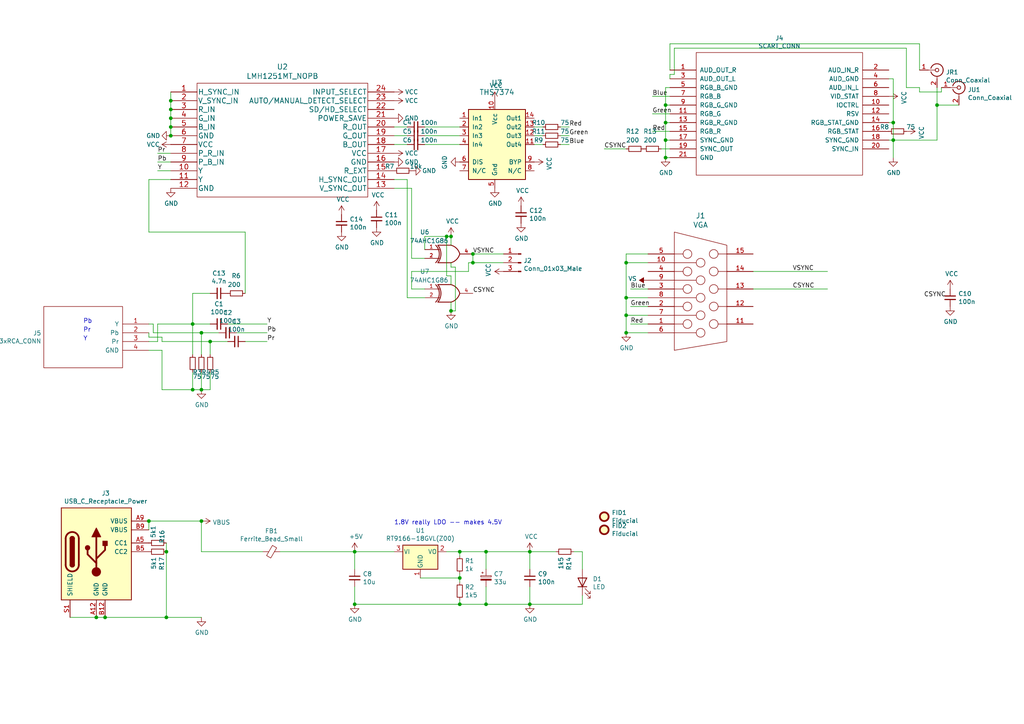
<source format=kicad_sch>
(kicad_sch (version 20231120) (generator "eeschema") (generator_version "8.0")
  (paper "A4")
  (title_block (title "YPbPr to VGA/SCART converter") (date "2021-01-22") (rev "1.2") (company "Wakaba video"))
  (lib_symbols
    (symbol "Connector:Conn_Coaxial" (pin_names (offset 1.016) hide)
      (property "Reference" "J" (at 0.254 3.048 0))
      (property "Value" "Conn_Coaxial" (at 2.921 0 90))
      (symbol "Conn_Coaxial_0_1"
        (arc (start -1.778 -0.508) (mid 0.2311 -1.8066) (end 1.778 0) (stroke (width 0.254)))
        (polyline (pts (xy -2.54 0) (xy -0.508 0)))
        (polyline (pts (xy 0 -2.54) (xy 0 -1.778)))
        (circle (center 0 0) (radius 0.508) (stroke (width 0.2032)))
        (arc (start 1.778 0) (mid 0.2099 1.8101) (end -1.778 0.508) (stroke (width 0.254)))
      )
      (symbol "Conn_Coaxial_1_1"
        (pin passive line (at -5.08 0 0) (length 2.54) (name "In") (number "1"))
        (pin passive line (at 0 -5.08 90) (length 2.54) (name "Ext") (number "2"))
      )
    )
    (symbol "Device:C_Small" (pin_numbers hide) (pin_names (offset 0.254) hide)
      (property "Reference" "C" (at 0.254 1.778 0))
      (property "Value" "C_Small" (at 0.254 -2.032 0))
      (symbol "C_Small_0_1"
        (polyline (pts (xy -1.524 -0.508) (xy 1.524 -0.508)) (stroke (width 0.3302)))
        (polyline (pts (xy -1.524 0.508) (xy 1.524 0.508)) (stroke (width 0.3048)))
      )
      (symbol "C_Small_1_1"
        (pin passive line (at 0 2.54 270) (length 2.032) (name "~") (number "1"))
        (pin passive line (at 0 -2.54 90) (length 2.032) (name "~") (number "2"))
      )
    )
    (symbol "Device:LED" (pin_numbers hide) (pin_names (offset 1.016) hide)
      (property "Reference" "D" (at 0 2.54 0))
      (property "Value" "LED" (at 0 -2.54 0))
      (symbol "LED_0_1"
        (polyline (pts (xy -1.27 -1.27) (xy -1.27 1.27)) (stroke (width 0.254)))
        (polyline (pts (xy -1.27 0) (xy 1.27 0)))
        (polyline (pts (xy 1.27 -1.27) (xy 1.27 1.27) (xy -1.27 0) (xy 1.27 -1.27)) (stroke (width 0.254)))
        (polyline (pts (xy -3.048 -0.762) (xy -4.572 -2.286) (xy -3.81 -2.286) (xy -4.572 -2.286) (xy -4.572 -1.524)))
        (polyline (pts (xy -1.778 -0.762) (xy -3.302 -2.286) (xy -2.54 -2.286) (xy -3.302 -2.286) (xy -3.302 -1.524)))
      )
      (symbol "LED_1_1"
        (pin passive line (at -3.81 0 0) (length 2.54) (name "K") (number "1"))
        (pin passive line (at 3.81 0 180) (length 2.54) (name "A") (number "2"))
      )
    )
    (symbol "Device:R_Small" (pin_numbers hide) (pin_names (offset 0.254) hide)
      (property "Reference" "R" (at 0.762 0.508 0))
      (property "Value" "R_Small" (at 0.762 -1.016 0))
      (symbol "R_Small_0_1"
        (rectangle (start -0.762 1.778) (end 0.762 -1.778) (stroke (width 0.2032)))
      )
      (symbol "R_Small_1_1"
        (pin passive line (at 0 2.54 270) (length 0.762) (name "~") (number "1"))
        (pin passive line (at 0 -2.54 90) (length 0.762) (name "~") (number "2"))
      )
    )
    (symbol "Mechanical:Fiducial" (exclude_from_sim yes) (in_bom no)
      (property "Reference" "FID" (at 0 5.08 0))
      (property "Value" "Fiducial" (at 0 3.175 0))
      (symbol "Fiducial_0_1"
        (circle (center 0 0) (radius 1.27) (stroke (width 0.508)) (fill (type background)))
      )
    )
    (symbol "comprgb-rescue:+5V-power" (power) (pin_names (offset 0))
      (property "Value" "power_+5V" (at 0 3.556 0))
      (symbol "+5V-power_0_1"
        (polyline (pts (xy -0.762 1.27) (xy 0 2.54)))
        (polyline (pts (xy 0 0) (xy 0 2.54)))
        (polyline (pts (xy 0 2.54) (xy 0.762 1.27)))
      )
      (symbol "+5V-power_1_1"
        (pin power_in line (at 0 0 90) (length 0) hide (name "+5V") (number "1"))
      )
    )
    (symbol "comprgb-rescue:3xRCA_CONN-ossc" (pin_names (offset 1.016))
      (property "Reference" "U" (at 0 -2.54 0))
      (property "Value" "3xRCA_CONN-ossc" (at 0 2.54 0))
      (symbol "3xRCA_CONN-ossc_1_0"
        (rectangle (start -11.43 -8.89) (end 11.43 8.89))
      )
      (symbol "3xRCA_CONN-ossc_1_1"
        (pin output line (at -19.05 3.81 0) (length 7.62) (name "Y") (number "1"))
        (pin output line (at -19.05 1.27 0) (length 7.62) (name "Pb") (number "2"))
        (pin output line (at -19.05 -1.27 0) (length 7.62) (name "Pr") (number "3"))
        (pin power_in line (at -19.05 -3.81 0) (length 7.62) (name "GND") (number "4"))
      )
    )
    (symbol "comprgb-rescue:74AHC1G86-74xGxx" (pin_names (offset 1.016))
      (property "Reference" "U" (at -2.54 3.81 0))
      (property "Value" "74xGxx_74AHC1G86" (at 0 -3.81 0))
      (symbol "74AHC1G86-74xGxx_0_1"
        (arc (start -4.445 -2.54) (mid -3.3929 0) (end -4.445 2.54) (stroke (width 0.254)))
        (arc (start -3.81 -2.54) (mid -2.919 0) (end -3.81 2.54) (stroke (width 0.254)))
        (arc (start 0 -2.54) (mid 1.5993 -1.6027) (end 2.54 0) (stroke (width 0.254)))
        (polyline (pts (xy -3.81 -1.27) (xy -3.175 -1.27)))
        (polyline (pts (xy -3.81 1.27) (xy -3.175 1.27)))
        (polyline (pts (xy 0 -2.54) (xy -3.81 -2.54)) (stroke (width 0.254)) (fill (type background)))
        (polyline (pts (xy 0 2.54) (xy -3.81 2.54)) (stroke (width 0.254)) (fill (type background)))
        (arc (start 2.54 0) (mid 1.6119 1.6152) (end 0 2.54) (stroke (width 0.254)))
      )
      (symbol "74AHC1G86-74xGxx_1_1"
        (pin input line (at -7.62 1.27 0) (length 3.81) (name "~") (number "1"))
        (pin input line (at -7.62 -1.27 0) (length 3.81) (name "~") (number "2"))
        (pin power_in line (at 0 -2.54 270) (length 0) hide (name "GND") (number "3"))
        (pin output line (at 6.35 0 180) (length 3.81) (name "~") (number "4"))
        (pin power_in line (at 0 2.54 90) (length 0) hide (name "VCC") (number "5"))
      )
    )
    (symbol "comprgb-rescue:CP_Small-Device" (pin_numbers hide) (pin_names (offset 0.254) hide)
      (property "Reference" "C" (at 0.254 1.778 0))
      (property "Value" "Device_CP_Small" (at 0.254 -2.032 0))
      (symbol "CP_Small-Device_0_1"
        (rectangle (start -1.524 -0.3048) (end 1.524 -0.6858) (fill (type outline)))
        (rectangle (start -1.524 0.6858) (end 1.524 0.3048))
        (polyline (pts (xy -1.27 1.524) (xy -0.762 1.524)))
        (polyline (pts (xy -1.016 1.27) (xy -1.016 1.778)))
      )
      (symbol "CP_Small-Device_1_1"
        (pin passive line (at 0 2.54 270) (length 1.8542) (name "~") (number "1"))
        (pin passive line (at 0 -2.54 90) (length 1.8542) (name "~") (number "2"))
      )
    )
    (symbol "comprgb-rescue:Conn_01x03_Male-Connector" (pin_names (offset 1.016) hide)
      (property "Reference" "J" (at 0 5.08 0))
      (property "Value" "Connector_Conn_01x03_Male" (at 0 -5.08 0))
      (symbol "Conn_01x03_Male-Connector_1_1"
        (polyline (pts (xy 1.27 -2.54) (xy 0.8636 -2.54)) (stroke (width 0.1524)))
        (polyline (pts (xy 1.27 0) (xy 0.8636 0)) (stroke (width 0.1524)))
        (polyline (pts (xy 1.27 2.54) (xy 0.8636 2.54)) (stroke (width 0.1524)))
        (rectangle (start 0.8636 -2.413) (end 0 -2.667) (stroke (width 0.1524)) (fill (type outline)))
        (rectangle (start 0.8636 0.127) (end 0 -0.127) (stroke (width 0.1524)) (fill (type outline)))
        (rectangle (start 0.8636 2.667) (end 0 2.413) (stroke (width 0.1524)) (fill (type outline)))
        (pin passive line (at 5.08 2.54 180) (length 3.81) (name "Pin_1") (number "1"))
        (pin passive line (at 5.08 0 180) (length 3.81) (name "Pin_2") (number "2"))
        (pin passive line (at 5.08 -2.54 180) (length 3.81) (name "Pin_3") (number "3"))
      )
    )
    (symbol "comprgb-rescue:Ferrite_Bead_Small-Device" (pin_numbers hide) (pin_names (offset 0))
      (property "Reference" "FB" (at 1.905 1.27 0))
      (property "Value" "Device_Ferrite_Bead_Small" (at 1.905 -1.27 0))
      (symbol "Ferrite_Bead_Small-Device_0_1"
        (polyline (pts (xy 0 -1.27) (xy 0 -0.7874)))
        (polyline (pts (xy 0 0.889) (xy 0 1.2954)))
        (polyline (pts (xy -1.8288 0.2794) (xy -1.1176 1.4986) (xy 1.8288 -0.2032) (xy 1.1176 -1.4224) (xy -1.8288 0.2794)))
      )
      (symbol "Ferrite_Bead_Small-Device_1_1"
        (pin passive line (at 0 2.54 270) (length 1.27) (name "~") (number "1"))
        (pin passive line (at 0 -2.54 90) (length 1.27) (name "~") (number "2"))
      )
    )
    (symbol "comprgb-rescue:GND-power" (power) (pin_names (offset 0))
      (property "Value" "power_GND" (at 0 -3.81 0))
      (symbol "GND-power_0_1"
        (polyline (pts (xy 0 0) (xy 0 -1.27) (xy 1.27 -1.27) (xy 0 -2.54) (xy -1.27 -1.27) (xy 0 -1.27)))
      )
      (symbol "GND-power_1_1"
        (pin power_in line (at 0 0 270) (length 0) hide (name "GND") (number "1"))
      )
    )
    (symbol "comprgb-rescue:LMH1251MT_NOPB-Videobits" (pin_names (offset 0.254))
      (property "Reference" "U" (at 58.42 10.16 0))
      (property "Value" "Videobits_LMH1251MT_NOPB" (at 58.42 7.62 0))
      (symbol "LMH1251MT_NOPB-Videobits_0_1"
        (polyline (pts (xy 31.75 3.81) (xy 31.75 -29.21) (xy 81.28 -29.21) (xy 81.28 3.81) (xy 31.75 3.81)))
      )
      (symbol "LMH1251MT_NOPB-Videobits_1_0"
        (pin input line (at 24.13 1.27 0) (length 7.62) (name "H_SYNC_IN") (number "1"))
        (pin input line (at 24.13 -21.59 0) (length 7.62) (name "Y") (number "10"))
        (pin input line (at 24.13 -24.13 0) (length 7.62) (name "Y") (number "11"))
        (pin power_in line (at 24.13 -26.67 0) (length 7.62) (name "GND") (number "12"))
        (pin output line (at 88.9 -26.67 180) (length 7.62) (name "V_SYNC_OUT") (number "13"))
        (pin output line (at 88.9 -24.13 180) (length 7.62) (name "H_SYNC_OUT") (number "14"))
        (pin unspecified line (at 88.9 -21.59 180) (length 7.62) (name "R_EXT") (number "15"))
        (pin power_in line (at 88.9 -19.05 180) (length 7.62) (name "GND") (number "16"))
        (pin power_in line (at 88.9 -16.51 180) (length 7.62) (name "VCC") (number "17"))
        (pin output line (at 88.9 -13.97 180) (length 7.62) (name "B_OUT") (number "18"))
        (pin output line (at 88.9 -11.43 180) (length 7.62) (name "G_OUT") (number "19"))
        (pin input line (at 24.13 -1.27 0) (length 7.62) (name "V_SYNC_IN") (number "2"))
        (pin output line (at 88.9 -8.89 180) (length 7.62) (name "R_OUT") (number "20"))
        (pin unspecified line (at 88.9 -6.35 180) (length 7.62) (name "POWER_SAVE") (number "21"))
        (pin unspecified line (at 88.9 -3.81 180) (length 7.62) (name "SD/HD_SELECT") (number "22"))
        (pin unspecified line (at 88.9 -1.27 180) (length 7.62) (name "AUTO/MANUAL_DETECT_SELECT") (number "23"))
        (pin unspecified line (at 88.9 1.27 180) (length 7.62) (name "INPUT_SELECT") (number "24"))
        (pin input line (at 24.13 -3.81 0) (length 7.62) (name "R_IN") (number "3"))
        (pin input line (at 24.13 -6.35 0) (length 7.62) (name "G_IN") (number "4"))
        (pin input line (at 24.13 -8.89 0) (length 7.62) (name "B_IN") (number "5"))
        (pin power_in line (at 24.13 -11.43 0) (length 7.62) (name "GND") (number "6"))
        (pin power_in line (at 24.13 -13.97 0) (length 7.62) (name "VCC") (number "7"))
        (pin input line (at 24.13 -16.51 0) (length 7.62) (name "P_R_IN") (number "8"))
        (pin input line (at 24.13 -19.05 0) (length 7.62) (name "P_B_IN") (number "9"))
      )
    )
    (symbol "comprgb-rescue:MCP1700-2802E_SOT23-Regulator_Linear" (pin_names (offset 0.254))
      (property "Reference" "U" (at -3.81 3.175 0))
      (property "Value" "Regulator_Linear_MCP1700-2802E_SOT23" (at 0 3.175 0))
      (symbol "MCP1700-2802E_SOT23-Regulator_Linear_0_1"
        (rectangle (start -5.08 1.905) (end 5.08 -5.08) (stroke (width 0.254)) (fill (type background)))
      )
      (symbol "MCP1700-2802E_SOT23-Regulator_Linear_1_1"
        (pin power_in line (at 0 -7.62 90) (length 2.54) (name "GND") (number "1"))
        (pin power_out line (at 7.62 0 180) (length 2.54) (name "VO") (number "2"))
        (pin power_in line (at -7.62 0 0) (length 2.54) (name "VI") (number "3"))
      )
    )
    (symbol "comprgb-rescue:SCART_CONN-ossc" (pin_names (offset 1.016))
      (property "Reference" "U" (at 0 -2.54 0))
      (property "Value" "SCART_CONN-ossc" (at 0 2.54 0))
      (symbol "SCART_CONN-ossc_1_0"
        (rectangle (start -24.13 -17.78) (end 24.13 17.78))
      )
      (symbol "SCART_CONN-ossc_1_1"
        (pin input line (at -31.75 12.7 0) (length 7.62) (name "AUD_OUT_R") (number "1"))
        (pin output line (at 31.75 2.54 180) (length 7.62) (name "IOCTRL") (number "10"))
        (pin output line (at -31.75 0 0) (length 7.62) (name "RGB_G") (number "11"))
        (pin output line (at 31.75 0 180) (length 7.62) (name "RSV") (number "12"))
        (pin power_in line (at -31.75 -2.54 0) (length 7.62) (name "RGB_R_GND") (number "13"))
        (pin power_in line (at 31.75 -2.54 180) (length 7.62) (name "RGB_STAT_GND") (number "14"))
        (pin output line (at -31.75 -5.08 0) (length 7.62) (name "RGB_R") (number "15"))
        (pin output line (at 31.75 -5.08 180) (length 7.62) (name "RGB_STAT") (number "16"))
        (pin output line (at -31.75 -7.62 0) (length 7.62) (name "SYNC_GND") (number "17"))
        (pin output line (at 31.75 -7.62 180) (length 7.62) (name "SYNC_GND") (number "18"))
        (pin input line (at -31.75 -10.16 0) (length 7.62) (name "SYNC_OUT") (number "19"))
        (pin output line (at 31.75 12.7 180) (length 7.62) (name "AUD_IN_R") (number "2"))
        (pin output line (at 31.75 -10.16 180) (length 7.62) (name "SYNC_IN") (number "20"))
        (pin power_in line (at -31.75 -12.7 0) (length 7.62) (name "GND") (number "21"))
        (pin input line (at -31.75 10.16 0) (length 7.62) (name "AUD_OUT_L") (number "3"))
        (pin power_in line (at 31.75 10.16 180) (length 7.62) (name "AUD_GND") (number "4"))
        (pin power_in line (at -31.75 7.62 0) (length 7.62) (name "RGB_B_GND") (number "5"))
        (pin output line (at 31.75 7.62 180) (length 7.62) (name "AUD_IN_L") (number "6"))
        (pin output line (at -31.75 5.08 0) (length 7.62) (name "RGB_B") (number "7"))
        (pin output line (at 31.75 5.08 180) (length 7.62) (name "VID_STAT") (number "8"))
        (pin power_in line (at -31.75 2.54 0) (length 7.62) (name "RGB_G_GND") (number "9"))
      )
    )
    (symbol "comprgb-rescue:THS7374-Videobits" (pin_names (offset 1.016))
      (property "Reference" "U" (at -3.81 6.35 0))
      (property "Value" "Videobits_THS7374" (at 6.35 6.35 0))
      (symbol "THS7374-Videobits_0_1"
        (rectangle (start -2.54 -15.24) (end 13.97 5.08) (stroke (width 0.254)) (fill (type background)))
        (pin input line (at -5.08 2.54 0) (length 2.54) (name "In1") (number "1"))
        (pin power_in line (at 5.08 7.62 270) (length 2.54) (name "Vcc") (number "10"))
        (pin output line (at 16.51 -5.08 180) (length 2.54) (name "Out4") (number "11"))
        (pin output line (at 16.51 -2.54 180) (length 2.54) (name "Out3") (number "12"))
        (pin output line (at 16.51 0 180) (length 2.54) (name "Out2") (number "13"))
        (pin output line (at 16.51 2.54 180) (length 2.54) (name "Out1") (number "14"))
        (pin input line (at -5.08 0 0) (length 2.54) (name "In2") (number "2"))
        (pin input line (at -5.08 -2.54 0) (length 2.54) (name "In3") (number "3"))
        (pin input line (at -5.08 -5.08 0) (length 2.54) (name "In4") (number "4"))
        (pin power_in line (at 5.08 -17.78 90) (length 2.54) (name "Gnd") (number "5"))
        (pin input line (at -5.08 -10.16 0) (length 2.54) (name "DIS") (number "6"))
        (pin passive line (at -5.08 -12.7 0) (length 2.54) (name "N/C") (number "7"))
        (pin passive line (at 16.51 -12.7 180) (length 2.54) (name "N/C") (number "8"))
        (pin input line (at 16.51 -10.16 180) (length 2.54) (name "BYP") (number "9"))
      )
    )
    (symbol "comprgb-rescue:USB_C_Receptacle_Power-Videobits" (pin_names (offset 1.016))
      (property "Reference" "J" (at -10.16 10.16 0))
      (property "Value" "Videobits_USB_C_Receptacle_Power" (at 19.05 10.16 0))
      (symbol "USB_C_Receptacle_Power-Videobits_0_1"
        (rectangle (start -10.16 8.89) (end 10.16 -17.78) (stroke (width 0.254)) (fill (type background)))
        (arc (start -8.89 -7.62) (mid -6.985 -9.525) (end -5.08 -7.62) (stroke (width 0.508)))
        (arc (start -7.62 -7.62) (mid -6.985 -8.255) (end -6.35 -7.62) (stroke (width 0.254)))
        (arc (start -7.62 -7.62) (mid -6.985 -8.255) (end -6.35 -7.62) (stroke (width 0.254)) (fill (type outline)))
        (rectangle (start -7.62 -7.62) (end -6.35 0) (stroke (width 0.254)) (fill (type outline)))
        (arc (start -6.35 0) (mid -6.985 0.635) (end -7.62 0) (stroke (width 0.254)))
        (arc (start -6.35 0) (mid -6.985 0.635) (end -7.62 0) (stroke (width 0.254)) (fill (type outline)))
        (arc (start -5.08 0) (mid -6.985 1.905) (end -8.89 0) (stroke (width 0.508)))
        (circle (center -2.54 -2.667) (radius 0.635) (stroke (width 0.254)) (fill (type outline)))
        (circle (center 0 -9.652) (radius 1.27) (fill (type outline)))
        (polyline (pts (xy -8.89 -7.62) (xy -8.89 0)) (stroke (width 0.508)))
        (polyline (pts (xy -5.08 0) (xy -5.08 -7.62)) (stroke (width 0.508)))
        (polyline (pts (xy 0 -9.652) (xy 0 0.508)) (stroke (width 0.508)))
        (polyline (pts (xy 0 -7.112) (xy -2.54 -4.572) (xy -2.54 -3.302)) (stroke (width 0.508)))
        (polyline (pts (xy 0 -5.842) (xy 2.54 -3.302) (xy 2.54 -2.032)) (stroke (width 0.508)))
        (polyline (pts (xy -1.27 0.508) (xy 0 3.048) (xy 1.27 0.508) (xy -1.27 0.508)) (stroke (width 0.254)) (fill (type outline)))
        (rectangle (start 1.905 -2.032) (end 3.175 -0.762) (stroke (width 0.254)) (fill (type outline)))
      )
      (symbol "USB_C_Receptacle_Power-Videobits_1_1"
        (pin power_out line (at 0 -22.86 90) (length 5.08) (name "GND") (number "A12"))
        (pin bidirectional line (at 15.24 -1.27 180) (length 5.08) (name "CC1") (number "A5"))
        (pin power_out line (at 15.24 5.08 180) (length 5.08) (name "VBUS") (number "A9"))
        (pin power_out line (at 2.54 -22.86 90) (length 5.08) (name "GND") (number "B12"))
        (pin bidirectional line (at 15.24 -3.81 180) (length 5.08) (name "CC2") (number "B5"))
        (pin power_out line (at 15.24 2.54 180) (length 5.08) (name "VBUS") (number "B9"))
        (pin passive line (at -7.62 -22.86 90) (length 5.08) (name "SHIELD") (number "S1"))
      )
    )
    (symbol "comprgb-rescue:VBUS-power" (power) (pin_names (offset 0))
      (property "Value" "power_VBUS" (at 0 3.81 0))
      (symbol "VBUS-power_0_1"
        (polyline (pts (xy -0.762 1.27) (xy 0 2.54)))
        (polyline (pts (xy 0 0) (xy 0 2.54)))
        (polyline (pts (xy 0 2.54) (xy 0.762 1.27)))
      )
      (symbol "VBUS-power_1_1"
        (pin power_in line (at 0 0 90) (length 0) hide (name "VBUS") (number "1"))
      )
    )
    (symbol "comprgb-rescue:VCC-converted" (power) (pin_names (offset 0))
      (property "Value" "converted_VCC" (at 0 3.81 0))
      (symbol "VCC-converted_0_1"
        (polyline (pts (xy -0.762 1.27) (xy 0 2.54)))
        (polyline (pts (xy 0 0) (xy 0 2.54)))
        (polyline (pts (xy 0 2.54) (xy 0.762 1.27)))
      )
      (symbol "VCC-converted_1_1"
        (pin power_in line (at 0 0 90) (length 0) hide (name "VCC") (number "1"))
      )
    )
    (symbol "comprgb-rescue:VCC-power" (power) (pin_names (offset 0))
      (property "Value" "power_VCC" (at 0 3.81 0))
      (symbol "VCC-power_0_1"
        (polyline (pts (xy -0.762 1.27) (xy 0 2.54)))
        (polyline (pts (xy 0 0) (xy 0 2.54)))
        (polyline (pts (xy 0 2.54) (xy 0.762 1.27)))
      )
      (symbol "VCC-power_1_1"
        (pin power_in line (at 0 0 90) (length 0) hide (name "VCC") (number "1"))
      )
    )
    (symbol "comprgb-rescue:VGA-ossc" (pin_names (offset 0) hide)
      (property "Reference" "J" (at -6.35 20.32 0))
      (property "Value" "VGA-ossc" (at 0 -19.05 0))
      (symbol "VGA-ossc_0_1"
        (circle (center -3.81 -8.89) (radius 1.27))
        (circle (center -3.81 -3.81) (radius 1.27))
        (circle (center -3.81 1.27) (radius 1.27))
        (circle (center -3.81 6.35) (radius 1.27))
        (circle (center -3.81 11.43) (radius 1.27))
        (circle (center 0 -11.43) (radius 1.27))
        (circle (center 0 -6.35) (radius 1.27))
        (circle (center 0 -1.27) (radius 1.27))
        (polyline (pts (xy -7.62 -11.43) (xy -1.27 -11.43)))
        (polyline (pts (xy -7.62 -8.89) (xy -5.08 -8.89)))
        (polyline (pts (xy -7.62 -6.35) (xy -1.27 -6.35)))
        (polyline (pts (xy -7.62 -3.81) (xy -5.08 -3.81)))
        (polyline (pts (xy -7.62 -1.27) (xy -1.27 -1.27)))
        (polyline (pts (xy -7.62 1.27) (xy -5.08 1.27)))
        (polyline (pts (xy -7.62 3.81) (xy -1.27 3.81)))
        (polyline (pts (xy -7.62 6.35) (xy -5.08 6.35)))
        (polyline (pts (xy -7.62 8.89) (xy -1.27 8.89)))
        (polyline (pts (xy 5.08 -8.89) (xy 7.62 -8.89)))
        (polyline (pts (xy 5.08 -3.81) (xy 7.62 -3.81)))
        (polyline (pts (xy 5.08 1.27) (xy 7.62 1.27)))
        (polyline (pts (xy 5.08 6.35) (xy 7.62 6.35)))
        (polyline (pts (xy 5.08 11.43) (xy 7.62 11.43)))
        (polyline (pts (xy -7.62 11.43) (xy -5.08 11.43) (xy -5.08 11.43)))
        (polyline (pts (xy -7.62 -16.51) (xy -7.62 17.78) (xy 7.62 13.97) (xy 7.62 -13.97) (xy -7.62 -16.51)))
        (circle (center 0 3.81) (radius 1.27))
        (circle (center 0 8.89) (radius 1.27))
        (circle (center 3.81 -8.89) (radius 1.27))
        (circle (center 3.81 -3.81) (radius 1.27))
        (circle (center 3.81 1.27) (radius 1.27))
        (circle (center 3.81 6.35) (radius 1.27))
        (circle (center 3.81 11.43) (radius 1.27))
      )
      (symbol "VGA-ossc_1_1"
        (pin output line (at -15.24 -8.89 0) (length 7.62) (name "RED") (number "1"))
        (pin input line (at -15.24 8.89 0) (length 7.62) (name "GND_VSYNC") (number "10"))
        (pin input line (at 15.24 -8.89 180) (length 7.62) (name "ID0/RES") (number "11"))
        (pin input line (at 15.24 -3.81 180) (length 7.62) (name "ID1/SDA") (number "12"))
        (pin output line (at 15.24 1.27 180) (length 7.62) (name "HSYNC") (number "13"))
        (pin output line (at 15.24 6.35 180) (length 7.62) (name "VSYNC") (number "14"))
        (pin input line (at 15.24 11.43 180) (length 7.62) (name "ID3/SCL") (number "15"))
        (pin output line (at -15.24 -3.81 0) (length 7.62) (name "GREEN") (number "2"))
        (pin output line (at -15.24 1.27 0) (length 7.62) (name "BLUE") (number "3"))
        (pin input line (at -15.24 6.35 0) (length 7.62) (name "ID2/RES") (number "4"))
        (pin input line (at -15.24 11.43 0) (length 7.62) (name "GND_HSYNC") (number "5"))
        (pin input line (at -15.24 -11.43 0) (length 7.62) (name "RED_RTN") (number "6"))
        (pin input line (at -15.24 -6.35 0) (length 7.62) (name "GREEN_RTN") (number "7"))
        (pin input line (at -15.24 -1.27 0) (length 7.62) (name "BLUE_RTN") (number "8"))
        (pin input line (at -15.24 3.81 0) (length 7.62) (name "KEY/PWR") (number "9"))
      )
    )
    (symbol "comprgb-rescue:VS-power" (power) (pin_names (offset 0))
      (property "Value" "power_VS" (at 0 3.81 0))
      (symbol "VS-power_0_1"
        (polyline (pts (xy 0 0) (xy 0 2.54)))
        (polyline (pts (xy 0.762 1.27) (xy -0.762 1.27) (xy 0 2.54) (xy 0.762 1.27)) (fill (type outline)))
      )
      (symbol "VS-power_1_1"
        (pin power_in line (at 0 0 90) (length 0) hide (name "VS") (number "1"))
      )
    )
  )
  (junction (at 49.53 39.37))
  (junction (at 48.26 179.07))
  (junction (at 140.97 175.26))
  (junction (at 133.35 167.64))
  (junction (at 193.04 45.72))
  (junction (at 181.61 76.2))
  (junction (at 55.88 93.98))
  (junction (at 193.04 35.56))
  (junction (at 58.42 151.13))
  (junction (at 102.87 160.02))
  (junction (at 193.04 40.64))
  (junction (at 27.94 179.07))
  (junction (at 49.53 31.75))
  (junction (at 130.81 68.58))
  (junction (at 49.53 29.21))
  (junction (at 58.42 96.52))
  (junction (at 129.54 68.58))
  (junction (at 259.08 40.64))
  (junction (at 137.16 76.2))
  (junction (at 43.18 151.13))
  (junction (at 133.35 175.26))
  (junction (at 133.35 160.02))
  (junction (at 130.81 90.17))
  (junction (at 60.96 99.06))
  (junction (at 181.61 96.52))
  (junction (at 137.16 73.66))
  (junction (at 140.97 160.02))
  (junction (at 49.53 36.83))
  (junction (at 48.26 160.02))
  (junction (at 181.61 91.44))
  (junction (at 55.88 113.03))
  (junction (at 271.78 30.48))
  (junction (at 30.48 179.07))
  (junction (at 49.53 34.29))
  (junction (at 259.08 35.56))
  (junction (at 153.67 160.02))
  (junction (at 181.61 86.36))
  (junction (at 58.42 113.03))
  (junction (at 193.04 30.48))
  (junction (at 102.87 175.26))
  (junction (at 153.67 175.26))
  (wire (pts (xy 43.18 96.52) (xy 43.18 97.79)))
  (wire (pts (xy 130.81 80.01) (xy 129.54 80.01)))
  (wire (pts (xy 130.81 77.47) (xy 130.81 76.2)))
  (wire (pts (xy 45.72 49.53) (xy 49.53 49.53)))
  (wire (pts (xy 271.78 25.4) (xy 271.78 30.48)))
  (wire (pts (xy 193.04 25.4) (xy 194.31 25.4)))
  (wire (pts (xy 165.1 36.83) (xy 162.56 36.83)))
  (wire (pts (xy 146.05 76.2) (xy 137.16 76.2)))
  (wire (pts (xy 123.19 86.36) (xy 118.11 86.36)))
  (wire (pts (xy 49.53 34.29) (xy 49.53 31.75)))
  (wire (pts (xy 193.04 45.72) (xy 194.31 45.72)))
  (wire (pts (xy 123.19 39.37) (xy 133.35 39.37)))
  (wire (pts (xy 58.42 102.87) (xy 58.42 96.52)))
  (wire (pts (xy 189.23 33.02) (xy 194.31 33.02)))
  (wire (pts (xy 187.96 93.98) (xy 182.88 93.98)))
  (wire (pts (xy 191.77 43.18) (xy 194.31 43.18)))
  (wire (pts (xy 153.67 160.02) (xy 153.67 165.1)))
  (wire (pts (xy 119.38 54.61) (xy 119.38 74.93)))
  (wire (pts (xy 193.04 35.56) (xy 193.04 40.64)))
  (wire (pts (xy 278.13 30.48) (xy 271.78 30.48)))
  (wire (pts (xy 193.04 40.64) (xy 193.04 45.72)))
  (wire (pts (xy 44.45 93.98) (xy 44.45 96.52)))
  (wire (pts (xy 271.78 40.64) (xy 259.08 40.64)))
  (wire (pts (xy 194.31 38.1) (xy 189.23 38.1)))
  (wire (pts (xy 262.89 25.4) (xy 262.89 13.97)))
  (wire (pts (xy 162.56 39.37) (xy 165.1 39.37)))
  (wire (pts (xy 165.1 41.91) (xy 162.56 41.91)))
  (wire (pts (xy 194.31 30.48) (xy 193.04 30.48)))
  (wire (pts (xy 140.97 165.1) (xy 140.97 160.02)))
  (wire (pts (xy 133.35 166.37) (xy 133.35 167.64)))
  (wire (pts (xy 49.53 39.37) (xy 49.53 36.83)))
  (wire (pts (xy 140.97 170.18) (xy 140.97 175.26)))
  (wire (pts (xy 20.32 179.07) (xy 27.94 179.07)))
  (wire (pts (xy 133.35 167.64) (xy 133.35 168.91)))
  (wire (pts (xy 123.19 36.83) (xy 133.35 36.83)))
  (wire (pts (xy 135.89 78.74) (xy 119.38 78.74)))
  (wire (pts (xy 157.48 41.91) (xy 154.94 41.91)))
  (wire (pts (xy 119.38 78.74) (xy 119.38 83.82)))
  (wire (pts (xy 193.04 35.56) (xy 194.31 35.56)))
  (wire (pts (xy 71.12 85.09) (xy 71.12 67.31)))
  (wire (pts (xy 266.7 12.7) (xy 266.7 20.32)))
  (wire (pts (xy 58.42 96.52) (xy 63.5 96.52)))
  (wire (pts (xy 133.35 160.02) (xy 133.35 161.29)))
  (wire (pts (xy 121.92 167.64) (xy 133.35 167.64)))
  (wire (pts (xy 119.38 83.82) (xy 123.19 83.82)))
  (wire (pts (xy 71.12 99.06) (xy 77.47 99.06)))
  (wire (pts (xy 71.12 67.31) (xy 43.18 67.31)))
  (wire (pts (xy 175.26 43.18) (xy 181.61 43.18)))
  (wire (pts (xy 118.11 86.36) (xy 118.11 52.07)))
  (wire (pts (xy 153.67 170.18) (xy 153.67 175.26)))
  (wire (pts (xy 168.91 172.72) (xy 168.91 175.26)))
  (wire (pts (xy 43.18 99.06) (xy 45.72 99.06)))
  (wire (pts (xy 48.26 179.07) (xy 58.42 179.07)))
  (wire (pts (xy 58.42 107.95) (xy 58.42 113.03)))
  (wire (pts (xy 102.87 170.18) (xy 102.87 175.26)))
  (wire (pts (xy 55.88 113.03) (xy 58.42 113.03)))
  (wire (pts (xy 46.99 99.06) (xy 60.96 99.06)))
  (wire (pts (xy 60.96 113.03) (xy 60.96 107.95)))
  (wire (pts (xy 195.58 13.97) (xy 195.58 21.59)))
  (wire (pts (xy 129.54 160.02) (xy 133.35 160.02)))
  (wire (pts (xy 49.53 31.75) (xy 49.53 29.21)))
  (wire (pts (xy 60.96 99.06) (xy 66.04 99.06)))
  (wire (pts (xy 168.91 175.26) (xy 153.67 175.26)))
  (wire (pts (xy 55.88 107.95) (xy 55.88 113.03)))
  (wire (pts (xy 114.3 39.37) (xy 118.11 39.37)))
  (wire (pts (xy 259.08 35.56) (xy 259.08 22.86)))
  (wire (pts (xy 181.61 96.52) (xy 187.96 96.52)))
  (wire (pts (xy 58.42 151.13) (xy 58.42 160.02)))
  (wire (pts (xy 262.89 13.97) (xy 195.58 13.97)))
  (wire (pts (xy 60.96 99.06) (xy 60.96 102.87)))
  (wire (pts (xy 46.99 113.03) (xy 55.88 113.03)))
  (wire (pts (xy 262.89 25.4) (xy 266.7 25.4)))
  (wire (pts (xy 137.16 73.66) (xy 137.16 76.2)))
  (wire (pts (xy 114.3 41.91) (xy 118.11 41.91)))
  (wire (pts (xy 55.88 85.09) (xy 60.96 85.09)))
  (wire (pts (xy 43.18 52.07) (xy 49.53 52.07)))
  (wire (pts (xy 194.31 21.59) (xy 194.31 22.86)))
  (wire (pts (xy 114.3 160.02) (xy 102.87 160.02)))
  (wire (pts (xy 273.05 26.67) (xy 266.7 26.67)))
  (wire (pts (xy 118.11 52.07) (xy 114.3 52.07)))
  (wire (pts (xy 46.99 101.6) (xy 43.18 101.6)))
  (wire (pts (xy 153.67 160.02) (xy 161.29 160.02)))
  (wire (pts (xy 271.78 30.48) (xy 271.78 40.64)))
  (wire (pts (xy 43.18 151.13) (xy 58.42 151.13)))
  (wire (pts (xy 129.54 80.01) (xy 129.54 68.58)))
  (wire (pts (xy 181.61 76.2) (xy 187.96 76.2)))
  (wire (pts (xy 189.23 27.94) (xy 194.31 27.94)))
  (wire (pts (xy 114.3 54.61) (xy 119.38 54.61)))
  (wire (pts (xy 168.91 160.02) (xy 168.91 165.1)))
  (wire (pts (xy 133.35 173.99) (xy 133.35 175.26)))
  (wire (pts (xy 187.96 73.66) (xy 181.61 73.66)))
  (wire (pts (xy 194.31 12.7) (xy 266.7 12.7)))
  (wire (pts (xy 130.81 82.55) (xy 130.81 80.01)))
  (wire (pts (xy 194.31 20.32) (xy 194.31 12.7)))
  (wire (pts (xy 181.61 73.66) (xy 181.61 76.2)))
  (wire (pts (xy 132.08 77.47) (xy 132.08 90.17)))
  (wire (pts (xy 140.97 160.02) (xy 153.67 160.02)))
  (wire (pts (xy 30.48 179.07) (xy 48.26 179.07)))
  (wire (pts (xy 273.05 25.4) (xy 273.05 26.67)))
  (wire (pts (xy 43.18 153.67) (xy 43.18 151.13)))
  (wire (pts (xy 43.18 97.79) (xy 46.99 97.79)))
  (wire (pts (xy 137.16 76.2) (xy 135.89 76.2)))
  (wire (pts (xy 44.45 96.52) (xy 58.42 96.52)))
  (wire (pts (xy 182.88 88.9) (xy 187.96 88.9)))
  (wire (pts (xy 133.35 175.26) (xy 140.97 175.26)))
  (wire (pts (xy 123.19 68.58) (xy 123.19 72.39)))
  (wire (pts (xy 68.58 96.52) (xy 77.47 96.52)))
  (wire (pts (xy 181.61 76.2) (xy 181.61 86.36)))
  (wire (pts (xy 55.88 102.87) (xy 55.88 93.98)))
  (wire (pts (xy 48.26 160.02) (xy 48.26 179.07)))
  (wire (pts (xy 55.88 93.98) (xy 60.96 93.98)))
  (wire (pts (xy 133.35 160.02) (xy 140.97 160.02)))
  (wire (pts (xy 102.87 175.26) (xy 133.35 175.26)))
  (wire (pts (xy 46.99 101.6) (xy 46.99 113.03)))
  (wire (pts (xy 259.08 35.56) (xy 257.81 35.56)))
  (wire (pts (xy 181.61 86.36) (xy 187.96 86.36)))
  (wire (pts (xy 195.58 21.59) (xy 194.31 21.59)))
  (wire (pts (xy 123.19 41.91) (xy 133.35 41.91)))
  (wire (pts (xy 55.88 93.98) (xy 55.88 85.09)))
  (wire (pts (xy 193.04 30.48) (xy 193.04 25.4)))
  (wire (pts (xy 266.7 26.67) (xy 266.7 25.4)))
  (wire (pts (xy 81.28 160.02) (xy 102.87 160.02)))
  (wire (pts (xy 43.18 93.98) (xy 44.45 93.98)))
  (wire (pts (xy 45.72 44.45) (xy 49.53 44.45)))
  (wire (pts (xy 181.61 91.44) (xy 187.96 91.44)))
  (wire (pts (xy 114.3 36.83) (xy 118.11 36.83)))
  (wire (pts (xy 259.08 40.64) (xy 259.08 45.72)))
  (wire (pts (xy 166.37 160.02) (xy 168.91 160.02)))
  (wire (pts (xy 45.72 99.06) (xy 45.72 93.98)))
  (wire (pts (xy 193.04 30.48) (xy 193.04 35.56)))
  (wire (pts (xy 130.81 90.17) (xy 130.81 87.63)))
  (wire (pts (xy 102.87 160.02) (xy 102.87 165.1)))
  (wire (pts (xy 181.61 91.44) (xy 181.61 96.52)))
  (wire (pts (xy 157.48 39.37) (xy 154.94 39.37)))
  (wire (pts (xy 58.42 113.03) (xy 60.96 113.03)))
  (wire (pts (xy 259.08 22.86) (xy 257.81 22.86)))
  (wire (pts (xy 130.81 71.12) (xy 130.81 68.58)))
  (wire (pts (xy 218.44 83.82) (xy 240.03 83.82)))
  (wire (pts (xy 58.42 160.02) (xy 76.2 160.02)))
  (wire (pts (xy 130.81 68.58) (xy 129.54 68.58)))
  (wire (pts (xy 140.97 175.26) (xy 153.67 175.26)))
  (wire (pts (xy 48.26 157.48) (xy 48.26 160.02)))
  (wire (pts (xy 182.88 83.82) (xy 187.96 83.82)))
  (wire (pts (xy 154.94 36.83) (xy 157.48 36.83)))
  (wire (pts (xy 129.54 68.58) (xy 123.19 68.58)))
  (wire (pts (xy 45.72 93.98) (xy 55.88 93.98)))
  (wire (pts (xy 46.99 97.79) (xy 46.99 99.06)))
  (wire (pts (xy 27.94 179.07) (xy 30.48 179.07)))
  (wire (pts (xy 66.04 93.98) (xy 77.47 93.98)))
  (wire (pts (xy 259.08 40.64) (xy 257.81 40.64)))
  (wire (pts (xy 135.89 76.2) (xy 135.89 78.74)))
  (wire (pts (xy 49.53 36.83) (xy 49.53 34.29)))
  (wire (pts (xy 132.08 90.17) (xy 130.81 90.17)))
  (wire (pts (xy 193.04 40.64) (xy 194.31 40.64)))
  (wire (pts (xy 119.38 74.93) (xy 123.19 74.93)))
  (wire (pts (xy 49.53 46.99) (xy 45.72 46.99)))
  (wire (pts (xy 137.16 73.66) (xy 146.05 73.66)))
  (wire (pts (xy 49.53 29.21) (xy 49.53 26.67)))
  (wire (pts (xy 259.08 40.64) (xy 259.08 35.56)))
  (wire (pts (xy 132.08 77.47) (xy 130.81 77.47)))
  (wire (pts (xy 43.18 67.31) (xy 43.18 52.07)))
  (wire (pts (xy 218.44 78.74) (xy 240.03 78.74)))
  (wire (pts (xy 181.61 86.36) (xy 181.61 91.44)))
  (text "Pb" (at 24.13 93.98 0) (effects (font (size 1.27 1.27)) (justify left bottom)))
  (text "Pr\n" (at 24.13 96.52 0) (effects (font (size 1.27 1.27)) (justify left bottom)))
  (text "1.8V really LDO -- makes 4.5V" (at 114.3 152.4 0) (effects (font (size 1.27 1.27)) (justify left bottom)))
  (text "Y" (at 24.13 99.06 0) (effects (font (size 1.27 1.27)) (justify left bottom)))
  (label "Red" (at 189.23 38.1 0))
  (label "Green" (at 189.23 33.02 0))
  (label "VSYNC" (at 229.87 78.74 0))
  (label "Y" (at 45.72 49.53 0))
  (label "Blue" (at 165.1 41.91 0))
  (label "Pb" (at 77.47 96.52 0))
  (label "Pr" (at 77.47 99.06 0))
  (label "CSYNC" (at 137.16 85.09 0))
  (label "CSYNC" (at 267.97 86.36 0))
  (label "Y" (at 77.47 93.98 0))
  (label "CSYNC" (at 175.26 43.18 0))
  (label "CSYNC" (at 229.87 83.82 0))
  (label "Green" (at 182.88 88.9 0))
  (label "Red" (at 165.1 36.83 0))
  (label "Pr" (at 45.72 44.45 0))
  (label "Blue" (at 189.23 27.94 0))
  (label "VSYNC" (at 137.16 73.66 0))
  (label "Red" (at 182.88 93.98 0))
  (label "Blue" (at 182.88 83.82 0))
  (label "Green" (at 165.1 39.37 0))
  (label "Pb" (at 45.72 46.99 0))
  (symbol (lib_id "comprgb-rescue:GND-power") (at 58.42 113.03 0) (unit 1)
    (property "Reference" "#PWR02" (effects (hide yes)))
    (property "Value" "GND" (at 58.547 117.4242 0))
  )
  (symbol (lib_id "comprgb-rescue:MCP1700-2802E_SOT23-Regulator_Linear") (at 121.92 160.02 0) (unit 1)
    (property "Reference" "U1" (at 121.92 153.8732 0))
    (property "Value" "RT9166-18GVL(Z00)" (at 121.92 156.1846 0))
    (property "Footprint" "Package_TO_SOT_SMD:SOT-23" (effects (hide yes)))
    (property "Datasheet" "https://datasheet.lcsc.com/lcsc/1809281511_Richtek-Tech-RT9166-18GVL-Z00_C130827.pdf" (effects (hide yes)))
    (property "LCSC" "C130827" (effects (hide yes)))
  )
  (symbol (lib_id "Device:R_Small") (at 133.35 163.83 0) (unit 1)
    (property "Reference" "R1" (at 134.8486 162.6616 0) (effects (justify left)))
    (property "Value" "1k" (at 134.8486 164.973 0) (effects (justify left)))
    (property "Footprint" "Resistor_SMD:R_0805_2012Metric" (effects (hide yes)))
    (property "LCSC" "C17513" (effects (hide yes)))
  )
  (symbol (lib_id "Device:R_Small") (at 133.35 171.45 0) (unit 1)
    (property "Reference" "R2" (at 134.8486 170.2816 0) (effects (justify left)))
    (property "Value" "1k5" (at 134.8486 172.593 0) (effects (justify left)))
    (property "Footprint" "Resistor_SMD:R_0805_2012Metric" (effects (hide yes)))
    (property "LCSC" "C4310" (effects (hide yes)))
  )
  (symbol (lib_id "Device:C_Small") (at 63.5 93.98 270) (unit 1)
    (property "Reference" "C1" (at 63.5 88.1634 90))
    (property "Value" "100n" (at 63.5 90.4748 90))
    (property "Footprint" "Capacitor_SMD:C_0805_2012Metric" (effects (hide yes)))
    (property "LCSC" "C28323" (effects (hide yes)))
  )
  (symbol (lib_id "Device:C_Small") (at 66.04 96.52 270) (unit 1)
    (property "Reference" "C2" (at 66.04 90.7034 90))
    (property "Value" "100n" (at 66.04 93.0148 90))
    (property "Footprint" "Capacitor_SMD:C_0805_2012Metric" (effects (hide yes)))
    (property "LCSC" "C28323" (effects (hide yes)))
  )
  (symbol (lib_id "Device:C_Small") (at 68.58 99.06 270) (unit 1)
    (property "Reference" "C3" (at 68.58 93.2434 90))
    (property "Value" "100n" (at 68.58 95.5548 90))
    (property "Footprint" "Capacitor_SMD:C_0805_2012Metric" (effects (hide yes)))
    (property "LCSC" "C28323" (effects (hide yes)))
  )
  (symbol (lib_id "Device:C_Small") (at 120.65 36.83 90) (unit 1)
    (property "Reference" "C4" (at 118.11 35.56 90))
    (property "Value" "100n" (at 124.46 35.56 90))
    (property "Footprint" "Capacitor_SMD:C_0805_2012Metric" (effects (hide yes)))
    (property "LCSC" "C28323" (effects (hide yes)))
  )
  (symbol (lib_id "Device:C_Small") (at 120.65 39.37 90) (unit 1)
    (property "Reference" "C5" (at 118.11 38.1 90))
    (property "Value" "100n" (at 124.46 38.1 90))
    (property "Footprint" "Capacitor_SMD:C_0805_2012Metric" (effects (hide yes)))
    (property "LCSC" "C28323" (effects (hide yes)))
  )
  (symbol (lib_id "Device:C_Small") (at 120.65 41.91 90) (unit 1)
    (property "Reference" "C6" (at 118.11 40.64 90))
    (property "Value" "100n" (at 124.46 40.64 90))
    (property "Footprint" "Capacitor_SMD:C_0805_2012Metric" (effects (hide yes)))
    (property "LCSC" "C28323" (effects (hide yes)))
  )
  (symbol (lib_id "comprgb-rescue:VCC-power") (at 153.67 160.02 0) (unit 1)
    (property "Reference" "#PWR0103" (effects (hide yes)))
    (property "Value" "VCC" (at 154.1018 155.6258 0))
  )
  (symbol (lib_id "comprgb-rescue:+5V-power") (at 102.87 160.02 0) (unit 1)
    (property "Reference" "#PWR0104" (effects (hide yes)))
    (property "Value" "+5V" (at 103.251 155.6258 0))
  )
  (symbol (lib_id "comprgb-rescue:GND-power") (at 102.87 175.26 0) (unit 1)
    (property "Reference" "#PWR0105" (effects (hide yes)))
    (property "Value" "GND" (at 102.997 179.6542 0))
  )
  (symbol (lib_id "comprgb-rescue:GND-power") (at 153.67 175.26 0) (unit 1)
    (property "Reference" "#PWR0106" (effects (hide yes)))
    (property "Value" "GND" (at 153.797 179.6542 0))
  )
  (symbol (lib_id "Device:R_Small") (at 160.02 39.37 270) (unit 1)
    (property "Reference" "R11" (at 156.21 38.1 90))
    (property "Value" "75" (at 163.83 38.1 90))
    (property "Footprint" "Resistor_SMD:R_0805_2012Metric" (effects (hide yes)))
    (property "LCSC" "C20638" (effects (hide yes)))
  )
  (symbol (lib_id "Device:R_Small") (at 160.02 36.83 270) (unit 1)
    (property "Reference" "R10" (at 156.21 35.56 90))
    (property "Value" "75" (at 163.83 35.56 90))
    (property "Footprint" "Resistor_SMD:R_0805_2012Metric" (effects (hide yes)))
    (property "LCSC" "C20638" (effects (hide yes)))
  )
  (symbol (lib_id "Device:R_Small") (at 160.02 41.91 270) (unit 1)
    (property "Reference" "R9" (at 156.21 40.64 90))
    (property "Value" "75" (at 163.83 40.64 90))
    (property "Footprint" "Resistor_SMD:R_0805_2012Metric" (effects (hide yes)))
    (property "LCSC" "C20638" (effects (hide yes)))
  )
  (symbol (lib_id "Device:R_Small") (at 55.88 105.41 0) (unit 1)
    (property "Reference" "R3" (at 55.88 107.95 0) (effects (justify left)))
    (property "Value" "75" (at 55.88 109.22 0) (effects (justify left)))
    (property "Footprint" "Resistor_SMD:R_0805_2012Metric" (effects (hide yes)))
    (property "LCSC" "C20638" (effects (hide yes)))
  )
  (symbol (lib_id "Device:R_Small") (at 58.42 105.41 0) (unit 1)
    (property "Reference" "R4" (at 58.42 107.95 0) (effects (justify left)))
    (property "Value" "75" (at 58.42 109.22 0) (effects (justify left)))
    (property "Footprint" "Resistor_SMD:R_0805_2012Metric" (effects (hide yes)))
    (property "LCSC" "C20638" (effects (hide yes)))
  )
  (symbol (lib_id "Device:R_Small") (at 60.96 105.41 0) (unit 1)
    (property "Reference" "R5" (at 60.96 107.95 0) (effects (justify left)))
    (property "Value" "75" (at 60.96 109.22 0) (effects (justify left)))
    (property "Footprint" "Resistor_SMD:R_0805_2012Metric" (effects (hide yes)))
    (property "LCSC" "C20638" (effects (hide yes)))
  )
  (symbol (lib_id "comprgb-rescue:GND-power") (at 143.51 54.61 0) (unit 1)
    (property "Reference" "#PWR06" (effects (hide yes)))
    (property "Value" "GND" (at 143.637 59.0042 0))
  )
  (symbol (lib_id "comprgb-rescue:VCC-converted") (at 143.51 29.21 0) (unit 1)
    (property "Reference" "#PWR05" (effects (hide yes)))
    (property "Value" "VCC" (at 143.891 24.8158 0))
  )
  (symbol (lib_id "comprgb-rescue:CP_Small-Device") (at 140.97 167.64 0) (unit 1)
    (property "Reference" "C7" (at 143.2052 166.4716 0) (effects (justify left)))
    (property "Value" "33u" (at 143.2052 168.783 0) (effects (justify left)))
    (property "Footprint" "Capacitor_SMD:CP_Elec_6.3x7.7" (effects (hide yes)))
    (property "LCSC" "C72509" (effects (hide yes)))
  )
  (symbol (lib_id "comprgb-rescue:SCART_CONN-ossc") (at 226.06 33.02 0) (unit 1)
    (property "Reference" "J4" (at 226.06 11.049 0))
    (property "Value" "SCART_CONN" (at 226.06 13.3604 0))
    (property "Footprint" "custom_components:SCART_CONN" (effects (hide yes)))
    (property "LCSC" "NOT FITTED" (effects (hide yes)))
  )
  (symbol (lib_id "comprgb-rescue:GND-power") (at 193.04 45.72 0) (unit 1)
    (property "Reference" "#PWR01" (effects (hide yes)))
    (property "Value" "GND" (at 193.167 50.1142 0))
  )
  (symbol (lib_id "comprgb-rescue:GND-power") (at 259.08 45.72 0) (unit 1)
    (property "Reference" "#PWR07" (effects (hide yes)))
    (property "Value" "GND" (at 259.207 50.1142 0))
  )
  (symbol (lib_id "comprgb-rescue:USB_C_Receptacle_Power-Videobits") (at 27.94 156.21 0) (unit 1)
    (property "Reference" "J3" (at 30.6578 143.0782 0))
    (property "Value" "USB_C_Receptacle_Power" (at 30.6578 145.3896 0))
    (property "Footprint" "videobits:USB_C_Receptacle_Generic_Power_Only" (effects (hide yes)))
    (property "Datasheet" "https://www.usb.org/sites/default/files/documents/usb_type-c.zip" (effects (hide yes)))
    (property "LCSC" "NOT FITTED" (effects (hide yes)))
  )
  (symbol (lib_id "comprgb-rescue:74AHC1G86-74xGxx") (at 130.81 73.66 0) (unit 1)
    (property "Reference" "U6" (at 123.19 67.31 0))
    (property "Value" "74AHC1G86" (at 124.46 69.85 0))
    (property "Footprint" "Package_TO_SOT_SMD:TSOT-23-5" (effects (hide yes)))
    (property "Datasheet" "http://www.ti.com/lit/sg/scyt129e/scyt129e.pdf" (effects (hide yes)))
    (property "LCSC" "C7471" (effects (hide yes)))
  )
  (symbol (lib_id "comprgb-rescue:74AHC1G86-74xGxx") (at 130.81 85.09 0) (unit 1)
    (property "Reference" "U7" (at 123.19 78.74 0))
    (property "Value" "74AHC1G86" (at 124.46 81.28 0))
    (property "Footprint" "Package_TO_SOT_SMD:TSOT-23-5" (effects (hide yes)))
    (property "Datasheet" "http://www.ti.com/lit/sg/scyt129e/scyt129e.pdf" (effects (hide yes)))
    (property "LCSC" "C7471" (effects (hide yes)))
  )
  (symbol (lib_id "comprgb-rescue:3xRCA_CONN-ossc") (at 24.13 97.79 0) (mirror y) (unit 1)
    (property "Reference" "J5" (at 11.9888 96.6216 0) (effects (justify left)))
    (property "Value" "3xRCA_CONN" (at 11.9888 98.933 0) (effects (justify left)))
    (property "Footprint" "videobits:3xRCA_CONN_SINGLE" (effects (hide yes)))
    (property "LCSC" "NOT FITTED" (effects (hide yes)))
  )
  (symbol (lib_id "Device:R_Small") (at 45.72 160.02 270) (unit 1)
    (property "Reference" "R17" (at 46.8884 161.5186 0) (effects (justify left)))
    (property "Value" "5k1" (at 44.577 161.5186 0) (effects (justify left)))
    (property "Footprint" "Resistor_SMD:R_0805_2012Metric" (effects (hide yes)))
    (property "LCSC" "C27834" (effects (hide yes)))
  )
  (symbol (lib_id "Device:R_Small") (at 45.72 157.48 270) (unit 1)
    (property "Reference" "R16" (at 46.99 153.67 0) (effects (justify left)))
    (property "Value" "5k1" (at 44.45 152.4 0) (effects (justify left)))
    (property "Footprint" "Resistor_SMD:R_0805_2012Metric" (effects (hide yes)))
    (property "LCSC" "C27834" (effects (hide yes)))
  )
  (symbol (lib_id "comprgb-rescue:VBUS-power") (at 58.42 151.13 270) (unit 1)
    (property "Reference" "#PWR020" (effects (hide yes)))
    (property "Value" "VBUS" (at 61.6712 151.511 90) (effects (justify left)))
  )
  (symbol (lib_id "comprgb-rescue:GND-power") (at 58.42 179.07 0) (unit 1)
    (property "Reference" "#PWR021" (effects (hide yes)))
    (property "Value" "GND" (at 58.547 183.4642 0))
  )
  (symbol (lib_id "Device:C_Small") (at 102.87 167.64 0) (unit 1)
    (property "Reference" "C8" (at 105.2068 166.4716 0) (effects (justify left)))
    (property "Value" "10u" (at 105.2068 168.783 0) (effects (justify left)))
    (property "Footprint" "Capacitor_SMD:C_0805_2012Metric" (effects (hide yes)))
    (property "LCSC" "C440198" (effects (hide yes)))
  )
  (symbol (lib_id "Device:C_Small") (at 153.67 167.64 0) (unit 1)
    (property "Reference" "C9" (at 156.0068 166.4716 0) (effects (justify left)))
    (property "Value" "100n" (at 156.0068 168.783 0) (effects (justify left)))
    (property "Footprint" "Capacitor_SMD:C_0805_2012Metric" (effects (hide yes)))
    (property "LCSC" "C28323" (effects (hide yes)))
  )
  (symbol (lib_id "comprgb-rescue:VS-power") (at 187.96 81.28 90) (unit 1)
    (property "Reference" "#PWR0111" (effects (hide yes)))
    (property "Value" "VS" (at 184.7088 80.8482 90) (effects (justify left)))
  )
  (symbol (lib_id "comprgb-rescue:VGA-ossc") (at 203.2 85.09 0) (unit 1)
    (property "Reference" "J1" (at 203.2 62.5602 0) (effects (font (size 1.524 1.524))))
    (property "Value" "VGA" (at 203.2 65.2526 0) (effects (font (size 1.524 1.524))))
    (property "Footprint" "custom_components:VGA_CONN" (effects (hide yes)))
    (property "LCSC" "NOT FITTED" (effects (hide yes)))
  )
  (symbol (lib_id "comprgb-rescue:VCC-power") (at 275.59 83.82 0) (unit 1)
    (property "Reference" "#PWR09" (effects (hide yes)))
    (property "Value" "VCC" (at 276.0218 79.4258 0))
  )
  (symbol (lib_id "comprgb-rescue:GND-power") (at 275.59 88.9 0) (unit 1)
    (property "Reference" "#PWR010" (effects (hide yes)))
    (property "Value" "GND" (at 275.717 93.2942 0))
  )
  (symbol (lib_id "Device:C_Small") (at 275.59 86.36 0) (unit 1)
    (property "Reference" "C10" (at 277.9268 85.1916 0) (effects (justify left)))
    (property "Value" "100n" (at 277.9268 87.503 0) (effects (justify left)))
    (property "Footprint" "Capacitor_SMD:C_0805_2012Metric" (effects (hide yes)))
    (property "LCSC" "C28323" (effects (hide yes)))
  )
  (symbol (lib_id "comprgb-rescue:VCC-power") (at 109.22 60.96 0) (unit 1)
    (property "Reference" "#PWR014" (effects (hide yes)))
    (property "Value" "VCC" (at 109.6518 56.5658 0))
  )
  (symbol (lib_id "comprgb-rescue:GND-power") (at 109.22 66.04 0) (unit 1)
    (property "Reference" "#PWR015" (effects (hide yes)))
    (property "Value" "GND" (at 109.347 70.4342 0))
  )
  (symbol (lib_id "Device:C_Small") (at 109.22 63.5 0) (unit 1)
    (property "Reference" "C11" (at 111.5568 62.3316 0) (effects (justify left)))
    (property "Value" "100n" (at 111.5568 64.643 0) (effects (justify left)))
    (property "Footprint" "Capacitor_SMD:C_0805_2012Metric" (effects (hide yes)))
    (property "LCSC" "C28323" (effects (hide yes)))
  )
  (symbol (lib_id "comprgb-rescue:VCC-power") (at 151.13 59.69 0) (unit 1)
    (property "Reference" "#PWR016" (effects (hide yes)))
    (property "Value" "VCC" (at 151.5618 55.2958 0))
  )
  (symbol (lib_id "comprgb-rescue:GND-power") (at 151.13 64.77 0) (unit 1)
    (property "Reference" "#PWR017" (effects (hide yes)))
    (property "Value" "GND" (at 151.257 69.1642 0))
  )
  (symbol (lib_id "Device:C_Small") (at 151.13 62.23 0) (unit 1)
    (property "Reference" "C12" (at 153.4668 61.0616 0) (effects (justify left)))
    (property "Value" "100n" (at 153.4668 63.373 0) (effects (justify left)))
    (property "Footprint" "Capacitor_SMD:C_0805_2012Metric" (effects (hide yes)))
    (property "LCSC" "C28323" (effects (hide yes)))
  )
  (symbol (lib_id "comprgb-rescue:GND-power") (at 181.61 96.52 0) (unit 1)
    (property "Reference" "#PWR023" (effects (hide yes)))
    (property "Value" "GND" (at 181.737 100.9142 0))
  )
  (symbol (lib_id "Connector:Conn_Coaxial") (at 271.78 20.32 0) (unit 1)
    (property "Reference" "JR1" (at 274.32 20.955 0) (effects (justify left)))
    (property "Value" "Conn_Coaxial" (at 274.32 23.2664 0) (effects (justify left)))
    (property "Footprint" "videobits:Cheapo_RCA_single_edge" (effects (hide yes)))
    (property "Datasheet" " ~" (effects (hide yes)))
    (property "LCSC" "NOT FITTED" (effects (hide yes)))
  )
  (symbol (lib_id "Connector:Conn_Coaxial") (at 278.13 25.4 0) (unit 1)
    (property "Reference" "JU1" (at 280.67 26.035 0) (effects (justify left)))
    (property "Value" "Conn_Coaxial" (at 280.67 28.3464 0) (effects (justify left)))
    (property "Footprint" "videobits:Cheapo_RCA_single_edge" (effects (hide yes)))
    (property "Datasheet" " ~" (effects (hide yes)))
    (property "LCSC" "NOT FITTED" (effects (hide yes)))
  )
  (symbol (lib_id "comprgb-rescue:LMH1251MT_NOPB-Videobits") (at 25.4 27.94 0) (unit 1)
    (property "Reference" "U2" (at 81.915 19.3802 0) (effects (font (size 1.524 1.524))))
    (property "Value" "LMH1251MT_NOPB" (at 81.915 22.0726 0) (effects (font (size 1.524 1.524))))
    (property "Footprint" "Package_SO:TSSOP-24_4.4x7.8mm_P0.65mm" (effects (hide yes)))
    (property "LCSC" "NOT FITTED" (effects (hide yes)))
  )
  (symbol (lib_id "Device:C_Small") (at 63.5 85.09 270) (unit 1)
    (property "Reference" "C13" (at 63.5 79.2734 90))
    (property "Value" "4.7n" (at 63.5 81.5848 90))
    (property "Footprint" "Capacitor_SMD:C_0805_2012Metric" (effects (hide yes)))
    (property "LCSC" "C1744" (effects (hide yes)))
  )
  (symbol (lib_id "Device:R_Small") (at 68.58 85.09 90) (unit 1)
    (property "Reference" "R6" (at 69.85 80.01 90) (effects (justify left)))
    (property "Value" "200" (at 69.85 82.55 90) (effects (justify left)))
    (property "Footprint" "Resistor_SMD:R_0805_2012Metric" (effects (hide yes)))
    (property "LCSC" "C17540" (effects (hide yes)))
  )
  (symbol (lib_id "comprgb-rescue:GND-power") (at 49.53 54.61 0) (unit 1)
    (property "Reference" "#PWR0101" (effects (hide yes)))
    (property "Value" "GND" (at 49.657 59.0042 0))
  )
  (symbol (lib_id "comprgb-rescue:GND-power") (at 114.3 46.99 90) (unit 1)
    (property "Reference" "#PWR0109" (effects (hide yes)))
    (property "Value" "GND" (at 119.38 46.99 90))
  )
  (symbol (lib_id "comprgb-rescue:VCC-power") (at 114.3 44.45 270) (unit 1)
    (property "Reference" "#PWR0110" (effects (hide yes)))
    (property "Value" "VCC" (at 119.38 44.45 90))
  )
  (symbol (lib_id "comprgb-rescue:VCC-power") (at 49.53 41.91 90) (unit 1)
    (property "Reference" "#PWR0112" (effects (hide yes)))
    (property "Value" "VCC" (at 44.45 41.91 90))
  )
  (symbol (lib_id "comprgb-rescue:GND-power") (at 49.53 39.37 270) (unit 1)
    (property "Reference" "#PWR0113" (effects (hide yes)))
    (property "Value" "GND" (at 44.45 39.37 90))
  )
  (symbol (lib_id "comprgb-rescue:Conn_01x03_Male-Connector") (at 151.13 76.2 0) (mirror y) (unit 1)
    (property "Reference" "J2" (at 151.8412 75.5904 0) (effects (justify right)))
    (property "Value" "Conn_01x03_Male" (at 151.8412 77.9018 0) (effects (justify right)))
    (property "Footprint" "Connector_PinHeader_2.54mm:PinHeader_1x03_P2.54mm_Vertical" (effects (hide yes)))
    (property "LCSC" "NOT FITTED" (effects (hide yes)))
  )
  (symbol (lib_id "comprgb-rescue:VCC-power") (at 130.81 68.58 0) (unit 1)
    (property "Reference" "#PWR0114" (effects (hide yes)))
    (property "Value" "VCC" (at 131.2418 64.1858 0))
  )
  (symbol (lib_id "comprgb-rescue:GND-power") (at 130.81 90.17 0) (unit 1)
    (property "Reference" "#PWR0115" (effects (hide yes)))
    (property "Value" "GND" (at 130.937 94.5642 0))
  )
  (symbol (lib_id "comprgb-rescue:VCC-power") (at 146.05 78.74 90) (unit 1)
    (property "Reference" "#PWR0116" (effects (hide yes)))
    (property "Value" "VCC" (at 141.6558 78.3082 0))
  )
  (symbol (lib_id "comprgb-rescue:VCC-power") (at 114.3 26.67 270) (unit 1)
    (property "Reference" "#PWR0117" (effects (hide yes)))
    (property "Value" "VCC" (at 119.38 26.67 90))
  )
  (symbol (lib_id "Device:R_Small") (at 116.84 49.53 270) (unit 1)
    (property "Reference" "R7" (at 113.03 48.26 90))
    (property "Value" "10k" (at 120.65 48.26 90))
    (property "Footprint" "Resistor_SMD:R_0805_2012Metric" (effects (hide yes)))
    (property "LCSC" "C55866" (effects (hide yes)))
  )
  (symbol (lib_id "comprgb-rescue:GND-power") (at 119.38 49.53 90) (unit 1)
    (property "Reference" "#PWR0120" (effects (hide yes)))
    (property "Value" "GND" (at 124.46 49.53 90))
  )
  (symbol (lib_id "comprgb-rescue:GND-power") (at 114.3 34.29 90) (unit 1)
    (property "Reference" "#PWR0119" (effects (hide yes)))
    (property "Value" "GND" (at 119.38 34.29 90))
  )
  (symbol (lib_id "comprgb-rescue:VCC-converted") (at 257.81 27.94 270) (unit 1)
    (property "Reference" "#PWR0121" (effects (hide yes)))
    (property "Value" "VCC" (at 262.2042 28.321 0))
  )
  (symbol (lib_id "comprgb-rescue:VCC-converted") (at 262.89 38.1 270) (unit 1)
    (property "Reference" "#PWR0122" (effects (hide yes)))
    (property "Value" "VCC" (at 267.2842 38.481 0))
  )
  (symbol (lib_id "Device:R_Small") (at 260.35 38.1 270) (unit 1)
    (property "Reference" "R8" (at 256.54 36.83 90))
    (property "Value" "75" (at 264.16 36.83 90))
    (property "Footprint" "Resistor_SMD:R_0805_2012Metric" (effects (hide yes)))
    (property "LCSC" "C20638" (effects (hide yes)))
  )
  (symbol (lib_id "comprgb-rescue:VCC-power") (at 114.3 29.21 270) (unit 1)
    (property "Reference" "#PWR0118" (effects (hide yes)))
    (property "Value" "VCC" (at 119.38 29.21 90))
  )
  (symbol (lib_id "Mechanical:Fiducial") (at 175.26 149.86 0) (unit 1)
    (property "Reference" "FID1" (at 177.419 148.6916 0) (effects (justify left)))
    (property "Value" "Fiducial" (at 177.419 151.003 0) (effects (justify left)))
    (property "Footprint" "videobits:wakaba" (effects (hide yes)))
    (property "LCSC" "NOT FITTED" (effects (hide yes)))
  )
  (symbol (lib_id "Mechanical:Fiducial") (at 175.26 153.67 0) (unit 1)
    (property "Reference" "FID2" (at 177.419 152.5016 0) (effects (justify left)))
    (property "Value" "Fiducial" (at 177.419 154.813 0) (effects (justify left)))
    (property "Footprint" "videobits:uwusmaller" (effects (hide yes)))
    (property "LCSC" "NOT FITTED" (effects (hide yes)))
  )
  (symbol (lib_id "comprgb-rescue:Ferrite_Bead_Small-Device") (at 78.74 160.02 270) (unit 1)
    (property "Reference" "FB1" (at 78.74 154.0002 90))
    (property "Value" "Ferrite_Bead_Small" (at 78.74 156.3116 90))
    (property "Footprint" "Inductor_SMD:L_0805_2012Metric" (effects (hide yes)))
    (property "LCSC" "C1017" (effects (hide yes)))
  )
  (symbol (lib_id "comprgb-rescue:VCC-power") (at 99.06 62.23 0) (unit 1)
    (property "Reference" "#PWR03" (effects (hide yes)))
    (property "Value" "VCC" (at 99.4918 57.8358 0))
  )
  (symbol (lib_id "comprgb-rescue:GND-power") (at 99.06 67.31 0) (unit 1)
    (property "Reference" "#PWR04" (effects (hide yes)))
    (property "Value" "GND" (at 99.187 71.7042 0))
  )
  (symbol (lib_id "Device:C_Small") (at 99.06 64.77 0) (unit 1)
    (property "Reference" "C14" (at 101.3968 63.6016 0) (effects (justify left)))
    (property "Value" "100n" (at 101.3968 65.913 0) (effects (justify left)))
    (property "Footprint" "Capacitor_SMD:C_0805_2012Metric" (effects (hide yes)))
    (property "LCSC" "C28323" (effects (hide yes)))
  )
  (symbol (lib_id "Device:R_Small") (at 189.23 43.18 90) (unit 1)
    (property "Reference" "R13" (at 190.5 38.1 90) (effects (justify left)))
    (property "Value" "200" (at 190.5 40.64 90) (effects (justify left)))
    (property "Footprint" "Resistor_SMD:R_0805_2012Metric" (effects (hide yes)))
    (property "LCSC" "C17540" (effects (hide yes)))
  )
  (symbol (lib_id "Device:R_Small") (at 184.15 43.18 90) (unit 1)
    (property "Reference" "R12" (at 185.42 38.1 90) (effects (justify left)))
    (property "Value" "200" (at 185.42 40.64 90) (effects (justify left)))
    (property "Footprint" "Resistor_SMD:R_0805_2012Metric" (effects (hide yes)))
    (property "LCSC" "C17540" (effects (hide yes)))
  )
  (symbol (lib_id "Device:R_Small") (at 163.83 160.02 270) (unit 1)
    (property "Reference" "R14" (at 164.9984 161.5186 0) (effects (justify left)))
    (property "Value" "1k5" (at 162.687 161.5186 0) (effects (justify left)))
    (property "Footprint" "Resistor_SMD:R_0805_2012Metric" (effects (hide yes)))
    (property "LCSC" "C4310" (effects (hide yes)))
  )
  (symbol (lib_id "Device:LED") (at 168.91 168.91 90) (unit 1)
    (property "Reference" "D1" (at 171.9072 167.9194 90) (effects (justify right)))
    (property "Value" "LED" (at 171.9072 170.2308 90) (effects (justify right)))
    (property "Footprint" "LED_SMD:LED_0805_2012Metric" (effects (hide yes)))
  )
  (symbol (lib_id "comprgb-rescue:THS7374-Videobits") (at 138.43 36.83 0) (unit 1)
    (property "Reference" "U3" (at 144.145 24.0538 0) (effects (font (size 1.524 1.524))))
    (property "Value" "THS7374" (at 144.145 26.7462 0) (effects (font (size 1.524 1.524))))
    (property "Footprint" "Package_SO:TSSOP-14_4.4x5mm_P0.65mm" (effects (hide yes)))
  )
  (symbol (lib_id "comprgb-rescue:GND-power") (at 133.35 46.99 270) (unit 1)
    (property "Reference" "#PWR0102" (effects (hide yes)))
    (property "Value" "GND" (at 128.9558 47.117 0))
  )
  (symbol (lib_id "comprgb-rescue:VCC-power") (at 154.94 46.99 270) (unit 1)
    (property "Reference" "#PWR0107" (effects (hide yes)))
    (property "Value" "VCC" (at 159.3342 47.4218 0))
  )
)
</source>
